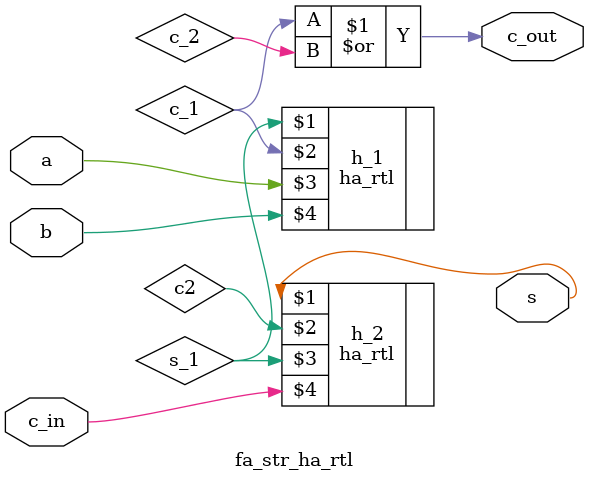
<source format=v>
`timescale 1ns / 1ps


module fa_str_ha_rtl(
    output s,
   output c_out,
    input a,
    input b,
    input c_in
    );
    wire s_1,c_1,c_2;
    
    
    ha_rtl h_1(s_1,c_1,a,b); // OUTPUT OF FIRST HA 
    
    ha_rtl h_2(s,c2,s_1,c_in); // SUM FROM SECOND HA = FINAL SUM
   
    or o_1(c_out, c_1,c_2); // ADD CARRYS = FINAL CARRY
    
endmodule

</source>
